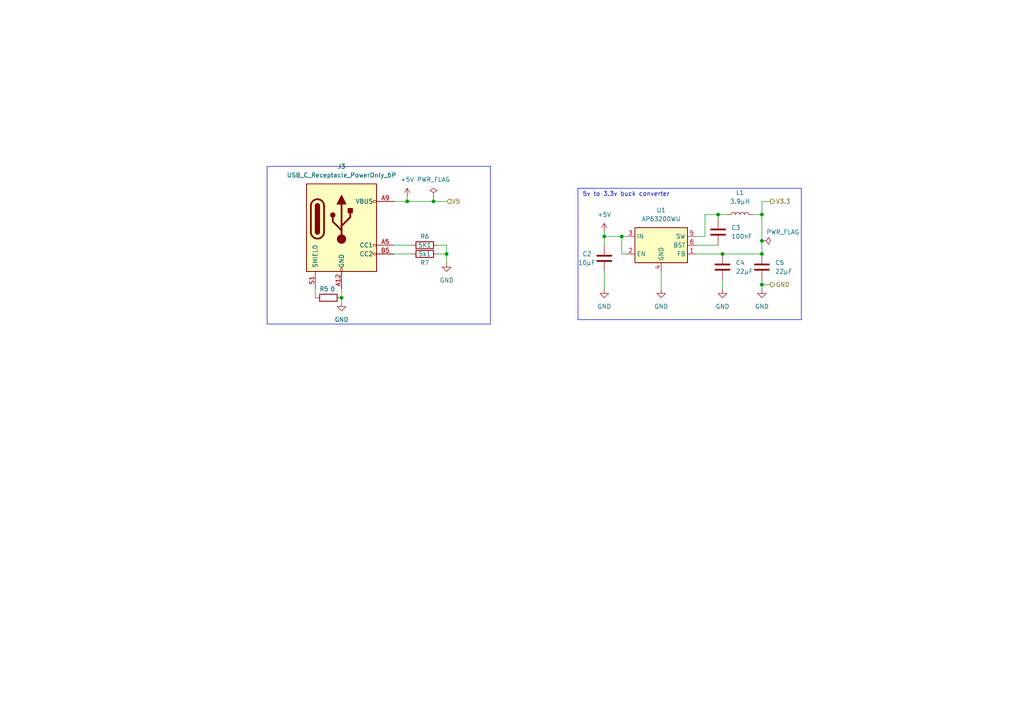
<source format=kicad_sch>
(kicad_sch (version 20230121) (generator eeschema)
  (paper "A4")
  (lib_symbols
    (symbol "Device:C" (pin_numbers hide) (pin_names (offset 0.254))
      (property "Reference" "C" (at 0.635 2.54 0))
      (property "Value" "C" (at 0.635 -2.54 0))
      (symbol "C_0_1"
        (polyline (pts (xy -2.032 -0.762) (xy 2.032 -0.762)) (stroke (width 0.508)))
        (polyline (pts (xy -2.032 0.762) (xy 2.032 0.762)) (stroke (width 0.508)))
      )
      (symbol "C_1_1"
        (pin passive line (at 0 3.81 270) (length 2.794) (name "~") (number "1"))
        (pin passive line (at 0 -3.81 90) (length 2.794) (name "~") (number "2"))
      )
    )
    (symbol "Device:L" (pin_numbers hide) (pin_names (offset 1.016) hide)
      (property "Reference" "L" (at -1.27 0 90))
      (property "Value" "L" (at 1.905 0 90))
      (symbol "L_0_1"
        (arc (start 0 -2.54) (mid 0.6323 -1.905) (end 0 -1.27))
        (arc (start 0 -1.27) (mid 0.6323 -0.635) (end 0 0))
        (arc (start 0 0) (mid 0.6323 0.635) (end 0 1.27))
        (arc (start 0 1.27) (mid 0.6323 1.905) (end 0 2.54))
      )
      (symbol "L_1_1"
        (pin passive line (at 0 3.81 270) (length 1.27) (name "1") (number "1"))
        (pin passive line (at 0 -3.81 90) (length 1.27) (name "2") (number "2"))
      )
    )
    (symbol "Device:R" (pin_numbers hide) (pin_names (offset 0))
      (property "Reference" "R" (at 2.032 0 90))
      (property "Value" "R" (at 0 0 90))
      (symbol "R_0_1"
        (rectangle (start -1.016 -2.54) (end 1.016 2.54) (stroke (width 0.254)))
      )
      (symbol "R_1_1"
        (pin passive line (at 0 3.81 270) (length 1.27) (name "~") (number "1"))
        (pin passive line (at 0 -3.81 90) (length 1.27) (name "~") (number "2"))
      )
    )
    (symbol "UGent_standard_stock_Connector:USB_C_Receptacle_PowerOnly_6P" (pin_names (offset 1.016))
      (property "Reference" "J" (at 0 16.51 0))
      (property "Value" "USB_C_Receptacle_PowerOnly_6P" (at 0 13.97 0))
      (symbol "USB_C_Receptacle_PowerOnly_6P_0_0"
        (rectangle (start -0.254 -12.7) (end 0.254 -11.684))
        (rectangle (start 10.16 -7.366) (end 9.144 -7.874))
        (rectangle (start 10.16 -4.826) (end 9.144 -5.334))
        (rectangle (start 10.16 7.874) (end 9.144 7.366))
      )
      (symbol "USB_C_Receptacle_PowerOnly_6P_0_1"
        (rectangle (start -10.16 12.7) (end 10.16 -12.7) (stroke (width 0.254)) (fill (type background)))
        (arc (start -8.89 -1.27) (mid -6.985 -3.1667) (end -5.08 -1.27) (stroke (width 0.508)))
        (arc (start -7.62 -1.27) (mid -6.985 -1.9023) (end -6.35 -1.27) (stroke (width 0.254)))
        (arc (start -7.62 -1.27) (mid -6.985 -1.9023) (end -6.35 -1.27) (stroke (width 0.254)) (fill (type outline)))
        (rectangle (start -7.62 -1.27) (end -6.35 6.35) (stroke (width 0.254)) (fill (type outline)))
        (arc (start -6.35 6.35) (mid -6.985 6.9823) (end -7.62 6.35) (stroke (width 0.254)))
        (arc (start -6.35 6.35) (mid -6.985 6.9823) (end -7.62 6.35) (stroke (width 0.254)) (fill (type outline)))
        (arc (start -5.08 6.35) (mid -6.985 8.2467) (end -8.89 6.35) (stroke (width 0.508)))
        (circle (center -2.54 3.683) (radius 0.635) (stroke (width 0.254)) (fill (type outline)))
        (circle (center 0 -3.302) (radius 1.27) (fill (type outline)))
        (polyline (pts (xy -8.89 -1.27) (xy -8.89 6.35)) (stroke (width 0.508)))
        (polyline (pts (xy -5.08 6.35) (xy -5.08 -1.27)) (stroke (width 0.508)))
        (polyline (pts (xy 0 -3.302) (xy 0 6.858)) (stroke (width 0.508)))
        (polyline (pts (xy 0 -0.762) (xy -2.54 1.778) (xy -2.54 3.048)) (stroke (width 0.508)))
        (polyline (pts (xy 0 0.508) (xy 2.54 3.048) (xy 2.54 4.318)) (stroke (width 0.508)))
        (polyline (pts (xy -1.27 6.858) (xy 0 9.398) (xy 1.27 6.858) (xy -1.27 6.858)) (stroke (width 0.254)) (fill (type outline)))
        (rectangle (start 1.905 4.318) (end 3.175 5.588) (stroke (width 0.254)) (fill (type outline)))
      )
      (symbol "USB_C_Receptacle_PowerOnly_6P_1_1"
        (pin passive line (at 0 -17.78 90) (length 5.08) (name "GND") (number "A12"))
        (pin bidirectional line (at 15.24 -5.08 180) (length 5.08) (name "CC1") (number "A5"))
        (pin passive line (at 15.24 7.62 180) (length 5.08) (name "VBUS") (number "A9"))
        (pin passive line (at 0 -17.78 90) (length 5.08) hide (name "GND") (number "B12"))
        (pin bidirectional line (at 15.24 -7.62 180) (length 5.08) (name "CC2") (number "B5"))
        (pin passive line (at 15.24 7.62 180) (length 5.08) hide (name "VBUS") (number "B9"))
        (pin passive line (at -7.62 -17.78 90) (length 5.08) (name "SHIELD") (number "S1"))
      )
    )
    (symbol "UGent_standard_stock_Power:AP63200WU"
      (property "Reference" "U" (at -7.62 6.35 0))
      (property "Value" "AP63200WU" (at 2.54 6.35 0))
      (symbol "AP63200WU_0_1"
        (rectangle (start -7.62 5.08) (end 7.62 -5.08) (stroke (width 0.254)) (fill (type background)))
      )
      (symbol "AP63200WU_1_1"
        (pin input line (at 10.16 -2.54 180) (length 2.54) (name "FB") (number "1"))
        (pin input line (at -10.16 -2.54 0) (length 2.54) (name "EN") (number "2"))
        (pin power_in line (at -10.16 2.54 0) (length 2.54) (name "IN") (number "3"))
        (pin power_in line (at 0 -7.62 90) (length 2.54) (name "GND") (number "4"))
        (pin output line (at 10.16 2.54 180) (length 2.54) (name "SW") (number "5"))
        (pin passive line (at 10.16 0 180) (length 2.54) (name "BST") (number "6"))
      )
    )
    (symbol "power:+5V" (power) (pin_names (offset 0))
      (property "Value" "+5V" (at 0 3.556 0))
      (symbol "+5V_0_1"
        (polyline (pts (xy -0.762 1.27) (xy 0 2.54)))
        (polyline (pts (xy 0 0) (xy 0 2.54)))
        (polyline (pts (xy 0 2.54) (xy 0.762 1.27)))
      )
      (symbol "+5V_1_1"
        (pin power_in line (at 0 0 90) (length 0) hide (name "+5V") (number "1"))
      )
    )
    (symbol "power:GND" (power) (pin_names (offset 0))
      (property "Value" "GND" (at 0 -3.81 0))
      (symbol "GND_0_1"
        (polyline (pts (xy 0 0) (xy 0 -1.27) (xy 1.27 -1.27) (xy 0 -2.54) (xy -1.27 -1.27) (xy 0 -1.27)))
      )
      (symbol "GND_1_1"
        (pin power_in line (at 0 0 270) (length 0) hide (name "GND") (number "1"))
      )
    )
    (symbol "power:PWR_FLAG" (power) (pin_numbers hide) (pin_names (offset 0) hide)
      (property "Value" "PWR_FLAG" (at 0 3.81 0))
      (symbol "PWR_FLAG_0_0"
        (pin power_out line (at 0 0 90) (length 0) (name "pwr") (number "1"))
      )
      (symbol "PWR_FLAG_0_1"
        (polyline (pts (xy 0 0) (xy 0 1.27) (xy -1.016 1.905) (xy 0 2.54) (xy 1.016 1.905) (xy 0 1.27)))
      )
    )
  )
  (junction (at 118.11 58.42))
  (junction (at 208.28 62.23))
  (junction (at 129.54 73.66))
  (junction (at 175.26 68.58))
  (junction (at 220.98 73.66))
  (junction (at 220.98 69.85))
  (junction (at 220.98 62.23))
  (junction (at 99.06 86.36))
  (junction (at 180.34 68.58))
  (junction (at 220.98 82.55))
  (junction (at 209.55 73.66))
  (junction (at 125.73 58.42))
  (wire (pts (xy 99.06 86.36) (xy 99.06 87.63)))
  (wire (pts (xy 175.26 68.58) (xy 175.26 71.12)))
  (wire (pts (xy 220.98 82.55) (xy 220.98 83.82)))
  (wire (pts (xy 181.61 68.58) (xy 180.34 68.58)))
  (wire (pts (xy 220.98 62.23) (xy 218.44 62.23)))
  (wire (pts (xy 175.26 68.58) (xy 180.34 68.58)))
  (wire (pts (xy 114.3 71.12) (xy 119.38 71.12)))
  (wire (pts (xy 181.61 73.66) (xy 180.34 73.66)))
  (wire (pts (xy 125.73 58.42) (xy 129.54 58.42)))
  (wire (pts (xy 220.98 73.66) (xy 220.98 69.85)))
  (wire (pts (xy 129.54 71.12) (xy 127 71.12)))
  (wire (pts (xy 99.06 83.82) (xy 99.06 86.36)))
  (wire (pts (xy 220.98 82.55) (xy 223.52 82.55)))
  (polyline (pts (xy 167.64 92.71) (xy 167.64 54.61)))
  (wire (pts (xy 175.26 68.58) (xy 175.26 67.31)))
  (wire (pts (xy 118.11 57.15) (xy 118.11 58.42)))
  (polyline (pts (xy 232.41 54.61) (xy 232.41 92.71)))
  (polyline (pts (xy 142.24 48.26) (xy 142.24 93.98)))
  (polyline (pts (xy 167.64 54.61) (xy 172.72 54.61)))
  (polyline (pts (xy 167.64 54.61) (xy 232.41 54.61)))
  (wire (pts (xy 127 73.66) (xy 129.54 73.66)))
  (wire (pts (xy 223.52 58.42) (xy 220.98 58.42)))
  (wire (pts (xy 209.55 73.66) (xy 220.98 73.66)))
  (wire (pts (xy 114.3 58.42) (xy 118.11 58.42)))
  (wire (pts (xy 208.28 62.23) (xy 208.28 63.5)))
  (polyline (pts (xy 142.24 93.98) (xy 77.47 93.98)))
  (wire (pts (xy 125.73 57.15) (xy 125.73 58.42)))
  (wire (pts (xy 180.34 73.66) (xy 180.34 68.58)))
  (wire (pts (xy 209.55 81.28) (xy 209.55 83.82)))
  (wire (pts (xy 208.28 62.23) (xy 210.82 62.23)))
  (wire (pts (xy 129.54 71.12) (xy 129.54 73.66)))
  (wire (pts (xy 220.98 62.23) (xy 220.98 69.85)))
  (wire (pts (xy 220.98 58.42) (xy 220.98 62.23)))
  (polyline (pts (xy 232.41 92.71) (xy 167.64 92.71)))
  (wire (pts (xy 204.47 62.23) (xy 208.28 62.23)))
  (wire (pts (xy 220.98 81.28) (xy 220.98 82.55)))
  (wire (pts (xy 119.38 73.66) (xy 114.3 73.66)))
  (polyline (pts (xy 77.47 48.26) (xy 77.47 93.98)))
  (wire (pts (xy 91.44 83.82) (xy 91.44 86.36)))
  (wire (pts (xy 201.93 73.66) (xy 209.55 73.66)))
  (wire (pts (xy 204.47 68.58) (xy 204.47 62.23)))
  (wire (pts (xy 191.77 78.74) (xy 191.77 83.82)))
  (wire (pts (xy 125.73 58.42) (xy 118.11 58.42)))
  (wire (pts (xy 129.54 73.66) (xy 129.54 76.2)))
  (wire (pts (xy 201.93 71.12) (xy 208.28 71.12)))
  (polyline (pts (xy 77.47 48.26) (xy 142.24 48.26)))
  (wire (pts (xy 201.93 68.58) (xy 204.47 68.58)))
  (wire (pts (xy 175.26 78.74) (xy 175.26 83.82)))
  (text "5v to 3.3v buck converter\n" (at 168.91 57.15 0) (effects (font (size 1.27 1.27)) (justify left bottom)))
  (hierarchical_label "V5" (shape input) (at 129.54 58.42 0))
  (hierarchical_label "V3.3" (shape output) (at 223.52 58.42 0))
  (hierarchical_label "GND" (shape output) (at 223.52 82.55 0))
  (symbol (lib_id "power:GND") (at 191.77 83.82 0) (unit 1)
    (property "Reference" "#PWR0119" (effects hide))
    (property "Value" "GND" (at 191.77 88.9 0))
  )
  (symbol (lib_id "power:GND") (at 209.55 83.82 0) (unit 1)
    (property "Reference" "#PWR0116" (effects hide))
    (property "Value" "GND" (at 209.55 88.9 0))
  )
  (symbol (lib_id "Device:R") (at 123.19 73.66 90) (unit 1)
    (property "Reference" "R7" (at 123.19 76.2 90))
    (property "Value" "5k1" (at 123.19 73.66 90))
    (property "Footprint" "Resistor_SMD:R_0805_2012Metric" (effects hide))
  )
  (symbol (lib_id "Device:C") (at 208.28 67.31 0) (unit 1)
    (property "Reference" "C3" (at 212.09 66.0399 0) (effects (justify left)))
    (property "Value" "100nF" (at 212.09 68.5799 0) (effects (justify left)))
    (property "Footprint" "Capacitor_SMD:C_0805_2012Metric" (effects hide))
  )
  (symbol (lib_id "power:GND") (at 129.54 76.2 0) (unit 1)
    (property "Reference" "#PWR0111" (effects hide))
    (property "Value" "GND" (at 129.54 81.28 0))
  )
  (symbol (lib_id "Device:C") (at 175.26 74.93 0) (unit 1)
    (property "Reference" "C2" (at 168.91 73.66 0) (effects (justify left)))
    (property "Value" "10µF" (at 167.64 76.2 0) (effects (justify left)))
    (property "Footprint" "Capacitor_SMD:C_0805_2012Metric" (effects hide))
  )
  (symbol (lib_id "Device:R") (at 123.19 71.12 90) (unit 1)
    (property "Reference" "R6" (at 123.19 68.58 90))
    (property "Value" "5K1" (at 123.19 71.12 90))
    (property "Footprint" "Resistor_SMD:R_0805_2012Metric" (effects hide))
  )
  (symbol (lib_id "power:GND") (at 220.98 83.82 0) (unit 1)
    (property "Reference" "#PWR0115" (effects hide))
    (property "Value" "GND" (at 220.98 88.9 0))
  )
  (symbol (lib_id "power:+5V") (at 118.11 57.15 0) (unit 1)
    (property "Reference" "#PWR0112" (effects hide))
    (property "Value" "+5V" (at 118.11 52.07 0))
  )
  (symbol (lib_id "power:GND") (at 99.06 87.63 0) (unit 1)
    (property "Reference" "#PWR0113" (effects hide))
    (property "Value" "GND" (at 99.06 92.71 0))
  )
  (symbol (lib_id "Device:R") (at 95.25 86.36 90) (unit 1)
    (property "Reference" "R5" (at 93.98 83.82 90))
    (property "Value" "0" (at 96.52 83.82 90))
    (property "Footprint" "Resistor_SMD:R_0805_2012Metric" (effects hide))
  )
  (symbol (lib_id "Device:L") (at 214.63 62.23 90) (unit 1)
    (property "Reference" "L1" (at 214.63 55.88 90))
    (property "Value" "3.9µH" (at 214.63 58.42 90))
    (property "Footprint" "Inductor_SMD:L_Bourns-SRN6028" (effects hide))
  )
  (symbol (lib_id "UGent_standard_stock_Power:AP63200WU") (at 191.77 71.12 0) (unit 1)
    (property "Reference" "U1" (at 191.77 60.96 0))
    (property "Value" "AP63200WU" (at 191.77 63.5 0))
    (property "Footprint" "Package_TO_SOT_SMD:TSOT-23-6" (effects hide))
    (property "Datasheet" "https://www.diodes.com/assets/Datasheets/AP63200-AP63201-AP63203-AP63205.pdf" (effects hide))
  )
  (symbol (lib_id "UGent_standard_stock_Connector:USB_C_Receptacle_PowerOnly_6P") (at 99.06 66.04 0) (unit 1)
    (property "Reference" "J3" (at 99.06 48.26 0))
    (property "Value" "USB_C_Receptacle_PowerOnly_6P" (at 99.06 50.8 0))
    (property "Footprint" "Ugent_stock2:USB_C_Receptacle_GCT_USB4135-GF-A_6P_TopMnt_Horizontal" (effects hide))
    (property "Datasheet" "https://www.usb.org/sites/default/files/documents/usb_type-c.zip" (effects hide))
  )
  (symbol (lib_id "Device:C") (at 220.98 77.47 0) (unit 1)
    (property "Reference" "C5" (at 224.79 76.1999 0) (effects (justify left)))
    (property "Value" "22µF" (at 224.79 78.7399 0) (effects (justify left)))
    (property "Footprint" "Capacitor_SMD:C_0805_2012Metric" (effects hide))
  )
  (symbol (lib_id "Device:C") (at 209.55 77.47 0) (unit 1)
    (property "Reference" "C4" (at 213.36 76.1999 0) (effects (justify left)))
    (property "Value" "22µF" (at 213.36 78.7399 0) (effects (justify left)))
    (property "Footprint" "Capacitor_SMD:C_0805_2012Metric" (effects hide))
  )
  (symbol (lib_id "power:PWR_FLAG") (at 125.73 57.15 0) (unit 1)
    (property "Reference" "#FLG0101" (effects hide))
    (property "Value" "PWR_FLAG" (at 125.73 52.07 0))
  )
  (symbol (lib_id "power:GND") (at 175.26 83.82 0) (unit 1)
    (property "Reference" "#PWR0117" (effects hide))
    (property "Value" "GND" (at 175.26 88.9 0))
  )
  (symbol (lib_id "power:PWR_FLAG") (at 220.98 69.85 270) (unit 1)
    (property "Reference" "#FLG0102" (effects hide))
    (property "Value" "PWR_FLAG" (at 222.25 67.31 90) (effects (justify left)))
  )
  (symbol (lib_id "power:+5V") (at 175.26 67.31 0) (unit 1)
    (property "Reference" "#PWR0118" (effects hide))
    (property "Value" "+5V" (at 175.26 62.23 0))
  )
)
</source>
